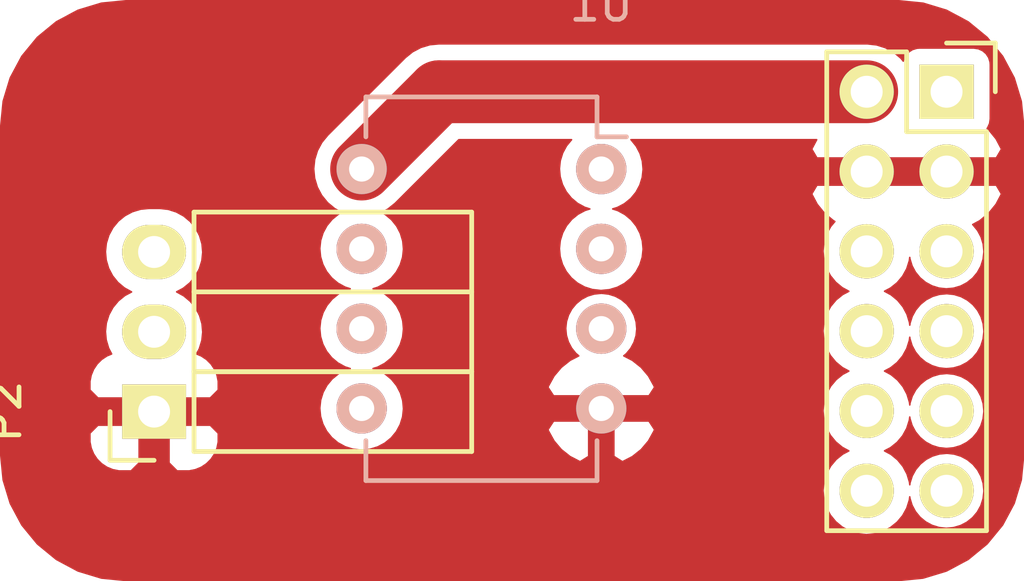
<source format=kicad_pcb>
(kicad_pcb (version 4) (host pcbnew 4.0.2+dfsg1-stable)

  (general
    (links 11)
    (no_connects 8)
    (area 0 0 0 0)
    (thickness 1.6)
    (drawings 0)
    (tracks 3)
    (zones 0)
    (modules 3)
    (nets 13)
  )

  (page A4)
  (layers
    (0 F.Cu signal)
    (31 B.Cu signal hide)
    (32 B.Adhes user hide)
    (33 F.Adhes user hide)
    (34 B.Paste user hide)
    (35 F.Paste user hide)
    (36 B.SilkS user hide)
    (37 F.SilkS user hide)
    (38 B.Mask user hide)
    (39 F.Mask user hide)
    (40 Dwgs.User user hide)
    (41 Cmts.User user hide)
    (42 Eco1.User user hide)
    (43 Eco2.User user hide)
    (44 Edge.Cuts user hide)
    (45 Margin user hide)
    (46 B.CrtYd user hide)
    (47 F.CrtYd user hide)
    (48 B.Fab user hide)
    (49 F.Fab user hide)
  )

  (setup
    (last_trace_width 0.5)
    (user_trace_width 0.5)
    (user_trace_width 1)
    (user_trace_width 2)
    (trace_clearance 0.2)
    (zone_clearance 0.3)
    (zone_45_only no)
    (trace_min 0.5)
    (segment_width 0.2)
    (edge_width 0.15)
    (via_size 0.6)
    (via_drill 0.4)
    (via_min_size 0.4)
    (via_min_drill 0.3)
    (uvia_size 0.3)
    (uvia_drill 0.1)
    (uvias_allowed no)
    (uvia_min_size 0.2)
    (uvia_min_drill 0.1)
    (pcb_text_width 0.3)
    (pcb_text_size 1.5 1.5)
    (mod_edge_width 0.15)
    (mod_text_size 1 1)
    (mod_text_width 0.15)
    (pad_size 1.524 1.524)
    (pad_drill 0.762)
    (pad_to_mask_clearance 0.2)
    (aux_axis_origin 0 0)
    (grid_origin 194.31 110.49)
    (visible_elements FFFFFF7F)
    (pcbplotparams
      (layerselection 0x00030_80000001)
      (usegerberextensions false)
      (excludeedgelayer true)
      (linewidth 0.100000)
      (plotframeref false)
      (viasonmask false)
      (mode 1)
      (useauxorigin false)
      (hpglpennumber 1)
      (hpglpenspeed 20)
      (hpglpendiameter 15)
      (hpglpenoverlay 2)
      (psnegative false)
      (psa4output false)
      (plotreference true)
      (plotvalue true)
      (plotinvisibletext false)
      (padsonsilk false)
      (subtractmaskfromsilk false)
      (outputformat 1)
      (mirror false)
      (drillshape 1)
      (scaleselection 1)
      (outputdirectory ""))
  )

  (net 0 "")
  (net 1 /3V3)
  (net 2 /GND)
  (net 3 /SCK)
  (net 4 /MISO)
  (net 5 /MOSI)
  (net 6 //CS)
  (net 7 /SENS)
  (net 8 "Net-(U1-Pad3)")
  (net 9 "Net-(P1-Pad5)")
  (net 10 "Net-(P1-Pad7)")
  (net 11 "Net-(P1-Pad9)")
  (net 12 "Net-(P1-Pad11)")

  (net_class Default "This is the default net class."
    (clearance 0.2)
    (trace_width 0.5)
    (via_dia 0.6)
    (via_drill 0.4)
    (uvia_dia 0.3)
    (uvia_drill 0.1)
    (add_net "Net-(P1-Pad11)")
    (add_net "Net-(P1-Pad5)")
    (add_net "Net-(P1-Pad7)")
    (add_net "Net-(P1-Pad9)")
    (add_net "Net-(U1-Pad3)")
  )

  (net_class Power ""
    (clearance 0.5)
    (trace_width 2)
    (via_dia 0.6)
    (via_drill 0.4)
    (uvia_dia 0.3)
    (uvia_drill 0.1)
    (add_net /3V3)
    (add_net /GND)
  )

  (net_class Signal ""
    (clearance 0.5)
    (trace_width 0.5)
    (via_dia 0.6)
    (via_drill 0.4)
    (uvia_dia 0.3)
    (uvia_drill 0.1)
    (add_net //CS)
    (add_net /MISO)
    (add_net /MOSI)
    (add_net /SCK)
    (add_net /SENS)
  )

  (module Housings_DIP:DIP-8_W7.62mm (layer B.Cu) (tedit 54130A77) (tstamp 583047E7)
    (at 162.43 95.37 180)
    (descr "8-lead dip package, row spacing 7.62 mm (300 mils)")
    (tags "dil dip 2.54 300")
    (path /582E58B9)
    (fp_text reference U1 (at 0 5.22 180) (layer B.SilkS)
      (effects (font (size 1 1) (thickness 0.15)) (justify mirror))
    )
    (fp_text value MCP3002 (at 0 3.72 180) (layer B.Fab)
      (effects (font (size 1 1) (thickness 0.15)) (justify mirror))
    )
    (fp_line (start -1.05 2.45) (end -1.05 -10.1) (layer B.CrtYd) (width 0.05))
    (fp_line (start 8.65 2.45) (end 8.65 -10.1) (layer B.CrtYd) (width 0.05))
    (fp_line (start -1.05 2.45) (end 8.65 2.45) (layer B.CrtYd) (width 0.05))
    (fp_line (start -1.05 -10.1) (end 8.65 -10.1) (layer B.CrtYd) (width 0.05))
    (fp_line (start 0.135 2.295) (end 0.135 1.025) (layer B.SilkS) (width 0.15))
    (fp_line (start 7.485 2.295) (end 7.485 1.025) (layer B.SilkS) (width 0.15))
    (fp_line (start 7.485 -9.915) (end 7.485 -8.645) (layer B.SilkS) (width 0.15))
    (fp_line (start 0.135 -9.915) (end 0.135 -8.645) (layer B.SilkS) (width 0.15))
    (fp_line (start 0.135 2.295) (end 7.485 2.295) (layer B.SilkS) (width 0.15))
    (fp_line (start 0.135 -9.915) (end 7.485 -9.915) (layer B.SilkS) (width 0.15))
    (fp_line (start 0.135 1.025) (end -0.8 1.025) (layer B.SilkS) (width 0.15))
    (pad 1 thru_hole oval (at 0 0 180) (size 1.6 1.6) (drill 0.8) (layers *.Cu *.Mask B.SilkS)
      (net 6 //CS))
    (pad 2 thru_hole oval (at 0 -2.54 180) (size 1.6 1.6) (drill 0.8) (layers *.Cu *.Mask B.SilkS)
      (net 7 /SENS))
    (pad 3 thru_hole oval (at 0 -5.08 180) (size 1.6 1.6) (drill 0.8) (layers *.Cu *.Mask B.SilkS)
      (net 8 "Net-(U1-Pad3)"))
    (pad 4 thru_hole oval (at 0 -7.62 180) (size 1.6 1.6) (drill 0.8) (layers *.Cu *.Mask B.SilkS)
      (net 2 /GND))
    (pad 5 thru_hole oval (at 7.62 -7.62 180) (size 1.6 1.6) (drill 0.8) (layers *.Cu *.Mask B.SilkS)
      (net 5 /MOSI))
    (pad 6 thru_hole oval (at 7.62 -5.08 180) (size 1.6 1.6) (drill 0.8) (layers *.Cu *.Mask B.SilkS)
      (net 4 /MISO))
    (pad 7 thru_hole oval (at 7.62 -2.54 180) (size 1.6 1.6) (drill 0.8) (layers *.Cu *.Mask B.SilkS)
      (net 3 /SCK))
    (pad 8 thru_hole oval (at 7.62 0 180) (size 1.6 1.6) (drill 0.8) (layers *.Cu *.Mask B.SilkS)
      (net 1 /3V3))
    (model Housings_DIP.3dshapes/DIP-8_W7.62mm.wrl
      (at (xyz 0 0 0))
      (scale (xyz 1 1 1))
      (rotate (xyz 0 0 0))
    )
  )

  (module Socket_Strips:Socket_Strip_Angled_1x03 (layer F.Cu) (tedit 0) (tstamp 583047D0)
    (at 148.21 103.09 90)
    (descr "Through hole socket strip")
    (tags "socket strip")
    (path /582E5A87)
    (fp_text reference P2 (at 0 -4.75 90) (layer F.SilkS)
      (effects (font (size 1 1) (thickness 0.15)))
    )
    (fp_text value CONN_01X03 (at 0 -2.75 90) (layer F.Fab)
      (effects (font (size 1 1) (thickness 0.15)))
    )
    (fp_line (start -1.75 -1.5) (end -1.75 10.6) (layer F.CrtYd) (width 0.05))
    (fp_line (start 6.85 -1.5) (end 6.85 10.6) (layer F.CrtYd) (width 0.05))
    (fp_line (start -1.75 -1.5) (end 6.85 -1.5) (layer F.CrtYd) (width 0.05))
    (fp_line (start -1.75 10.6) (end 6.85 10.6) (layer F.CrtYd) (width 0.05))
    (fp_line (start 3.81 1.27) (end 6.35 1.27) (layer F.SilkS) (width 0.15))
    (fp_line (start 3.81 10.1) (end 6.35 10.1) (layer F.SilkS) (width 0.15))
    (fp_line (start 6.35 10.1) (end 6.35 1.27) (layer F.SilkS) (width 0.15))
    (fp_line (start 3.81 10.1) (end 3.81 1.27) (layer F.SilkS) (width 0.15))
    (fp_line (start 1.27 10.1) (end 3.81 10.1) (layer F.SilkS) (width 0.15))
    (fp_line (start 1.27 1.27) (end 1.27 10.1) (layer F.SilkS) (width 0.15))
    (fp_line (start 1.27 1.27) (end 3.81 1.27) (layer F.SilkS) (width 0.15))
    (fp_line (start -1.27 1.27) (end 1.27 1.27) (layer F.SilkS) (width 0.15))
    (fp_line (start 0 -1.4) (end -1.55 -1.4) (layer F.SilkS) (width 0.15))
    (fp_line (start -1.55 -1.4) (end -1.55 0) (layer F.SilkS) (width 0.15))
    (fp_line (start -1.27 1.27) (end -1.27 10.1) (layer F.SilkS) (width 0.15))
    (fp_line (start -1.27 10.1) (end 1.27 10.1) (layer F.SilkS) (width 0.15))
    (fp_line (start 1.27 10.1) (end 1.27 1.27) (layer F.SilkS) (width 0.15))
    (pad 1 thru_hole rect (at 0 0 90) (size 1.7272 2.032) (drill 1.016) (layers *.Cu *.Mask F.SilkS)
      (net 2 /GND))
    (pad 2 thru_hole oval (at 2.54 0 90) (size 1.7272 2.032) (drill 1.016) (layers *.Cu *.Mask F.SilkS)
      (net 1 /3V3))
    (pad 3 thru_hole oval (at 5.08 0 90) (size 1.7272 2.032) (drill 1.016) (layers *.Cu *.Mask F.SilkS)
      (net 7 /SENS))
    (model Socket_Strips.3dshapes/Socket_Strip_Angled_1x03.wrl
      (at (xyz 0.1 0 0))
      (scale (xyz 1 1 1))
      (rotate (xyz 0 0 180))
    )
  )

  (module Socket_Strips:Socket_Strip_Straight_2x06 (layer F.Cu) (tedit 0) (tstamp 583047B8)
    (at 173.41 92.91 270)
    (descr "Through hole socket strip")
    (tags "socket strip")
    (path /582E5962)
    (fp_text reference P1 (at 0 -5.1 270) (layer F.SilkS)
      (effects (font (size 1 1) (thickness 0.15)))
    )
    (fp_text value CONN_02X06 (at 0 -3.1 270) (layer F.Fab)
      (effects (font (size 1 1) (thickness 0.15)))
    )
    (fp_line (start -1.75 -1.75) (end -1.75 4.3) (layer F.CrtYd) (width 0.05))
    (fp_line (start 14.45 -1.75) (end 14.45 4.3) (layer F.CrtYd) (width 0.05))
    (fp_line (start -1.75 -1.75) (end 14.45 -1.75) (layer F.CrtYd) (width 0.05))
    (fp_line (start -1.75 4.3) (end 14.45 4.3) (layer F.CrtYd) (width 0.05))
    (fp_line (start 13.97 3.81) (end -1.27 3.81) (layer F.SilkS) (width 0.15))
    (fp_line (start 1.27 -1.27) (end 13.97 -1.27) (layer F.SilkS) (width 0.15))
    (fp_line (start 13.97 3.81) (end 13.97 -1.27) (layer F.SilkS) (width 0.15))
    (fp_line (start -1.27 3.81) (end -1.27 1.27) (layer F.SilkS) (width 0.15))
    (fp_line (start 0 -1.55) (end -1.55 -1.55) (layer F.SilkS) (width 0.15))
    (fp_line (start -1.27 1.27) (end 1.27 1.27) (layer F.SilkS) (width 0.15))
    (fp_line (start 1.27 1.27) (end 1.27 -1.27) (layer F.SilkS) (width 0.15))
    (fp_line (start -1.55 -1.55) (end -1.55 0) (layer F.SilkS) (width 0.15))
    (pad 1 thru_hole rect (at 0 0 270) (size 1.7272 1.7272) (drill 1.016) (layers *.Cu *.Mask F.SilkS)
      (net 1 /3V3))
    (pad 2 thru_hole oval (at 0 2.54 270) (size 1.7272 1.7272) (drill 1.016) (layers *.Cu *.Mask F.SilkS)
      (net 1 /3V3))
    (pad 3 thru_hole oval (at 2.54 0 270) (size 1.7272 1.7272) (drill 1.016) (layers *.Cu *.Mask F.SilkS)
      (net 2 /GND))
    (pad 4 thru_hole oval (at 2.54 2.54 270) (size 1.7272 1.7272) (drill 1.016) (layers *.Cu *.Mask F.SilkS)
      (net 2 /GND))
    (pad 5 thru_hole oval (at 5.08 0 270) (size 1.7272 1.7272) (drill 1.016) (layers *.Cu *.Mask F.SilkS)
      (net 9 "Net-(P1-Pad5)"))
    (pad 6 thru_hole oval (at 5.08 2.54 270) (size 1.7272 1.7272) (drill 1.016) (layers *.Cu *.Mask F.SilkS)
      (net 6 //CS))
    (pad 7 thru_hole oval (at 7.62 0 270) (size 1.7272 1.7272) (drill 1.016) (layers *.Cu *.Mask F.SilkS)
      (net 10 "Net-(P1-Pad7)"))
    (pad 8 thru_hole oval (at 7.62 2.54 270) (size 1.7272 1.7272) (drill 1.016) (layers *.Cu *.Mask F.SilkS)
      (net 3 /SCK))
    (pad 9 thru_hole oval (at 10.16 0 270) (size 1.7272 1.7272) (drill 1.016) (layers *.Cu *.Mask F.SilkS)
      (net 11 "Net-(P1-Pad9)"))
    (pad 10 thru_hole oval (at 10.16 2.54 270) (size 1.7272 1.7272) (drill 1.016) (layers *.Cu *.Mask F.SilkS)
      (net 4 /MISO))
    (pad 11 thru_hole oval (at 12.7 0 270) (size 1.7272 1.7272) (drill 1.016) (layers *.Cu *.Mask F.SilkS)
      (net 12 "Net-(P1-Pad11)"))
    (pad 12 thru_hole oval (at 12.7 2.54 270) (size 1.7272 1.7272) (drill 1.016) (layers *.Cu *.Mask F.SilkS)
      (net 5 /MOSI))
    (model Socket_Strips.3dshapes/Socket_Strip_Straight_2x06.wrl
      (at (xyz 0.25 -0.05 0))
      (scale (xyz 1 1 1))
      (rotate (xyz 0 0 180))
    )
  )

  (segment (start 170.87 92.91) (end 157.27 92.91) (width 2) (layer F.Cu) (net 1))
  (segment (start 157.27 92.91) (end 154.81 95.37) (width 2) (layer F.Cu) (net 1))
  (segment (start 154.29 98.01) (end 154.31 97.99) (width 0.5) (layer F.Cu) (net 3))

  (zone (net 2) (net_name /GND) (layer F.Cu) (tstamp 0) (hatch none 0.508)
    (connect_pads (clearance 0.3))
    (min_thickness 0.05)
    (fill yes (arc_segments 32) (thermal_gap 1) (thermal_bridge_width 1) (smoothing fillet) (radius 4))
    (polygon
      (pts
        (xy 175.887175 89.99) (xy 175.887175 108.49) (xy 143.31 108.49) (xy 143.31 89.99)
      )
    )
    (filled_polygon
      (pts
        (xy 172.662635 90.091498) (xy 173.408298 90.317692) (xy 174.0955 90.68501) (xy 174.697839 91.179336) (xy 175.192165 91.781675)
        (xy 175.559483 92.468877) (xy 175.785677 93.21454) (xy 175.862175 93.991232) (xy 175.862175 104.488768) (xy 175.785677 105.26546)
        (xy 175.559483 106.011123) (xy 175.192165 106.698325) (xy 174.697839 107.300664) (xy 174.0955 107.79499) (xy 173.408298 108.162308)
        (xy 172.662635 108.388502) (xy 171.885943 108.465) (xy 147.311232 108.465) (xy 146.53454 108.388502) (xy 145.788877 108.162308)
        (xy 145.101675 107.79499) (xy 144.499336 107.300664) (xy 144.00501 106.698325) (xy 143.637692 106.011123) (xy 143.411498 105.26546)
        (xy 143.335 104.488768) (xy 143.335 103.77805) (xy 146.169 103.77805) (xy 146.169 104.054554) (xy 146.20839 104.252582)
        (xy 146.285657 104.43912) (xy 146.397831 104.607) (xy 146.540601 104.74977) (xy 146.708481 104.861943) (xy 146.895019 104.93921)
        (xy 147.093047 104.9786) (xy 147.47875 104.9786) (xy 147.735 104.72235) (xy 147.735 103.5218) (xy 148.685 103.5218)
        (xy 148.685 104.72235) (xy 148.94125 104.9786) (xy 149.326953 104.9786) (xy 149.524981 104.93921) (xy 149.711519 104.861943)
        (xy 149.879399 104.74977) (xy 150.022169 104.607) (xy 150.134343 104.43912) (xy 150.21161 104.252582) (xy 150.251 104.054554)
        (xy 150.251 103.77805) (xy 149.99475 103.5218) (xy 148.685 103.5218) (xy 147.735 103.5218) (xy 146.42525 103.5218)
        (xy 146.169 103.77805) (xy 143.335 103.77805) (xy 143.335 102.125446) (xy 146.169 102.125446) (xy 146.169 102.40195)
        (xy 146.42525 102.6582) (xy 147.735 102.6582) (xy 147.735 102.595) (xy 148.685 102.595) (xy 148.685 102.6582)
        (xy 149.99475 102.6582) (xy 150.251 102.40195) (xy 150.251 102.125446) (xy 150.21161 101.927418) (xy 150.134343 101.74088)
        (xy 150.022169 101.573) (xy 149.879399 101.43023) (xy 149.711519 101.318057) (xy 149.559637 101.255145) (xy 149.649955 101.088104)
        (xy 149.730094 100.829217) (xy 149.758422 100.559694) (xy 149.73386 100.289802) (xy 149.657344 100.029821) (xy 149.531787 99.789654)
        (xy 149.361973 99.578447) (xy 149.154369 99.404247) (xy 148.926715 99.279094) (xy 149.138296 99.166594) (xy 149.348311 98.99531)
        (xy 149.521058 98.786495) (xy 149.649955 98.548104) (xy 149.730094 98.289217) (xy 149.758422 98.019694) (xy 149.73386 97.749802)
        (xy 149.657344 97.489821) (xy 149.531787 97.249654) (xy 149.361973 97.038447) (xy 149.154369 96.864247) (xy 148.916884 96.733689)
        (xy 148.658562 96.651744) (xy 148.389244 96.621535) (xy 148.369856 96.6214) (xy 148.050144 96.6214) (xy 147.78043 96.647846)
        (xy 147.52099 96.726175) (xy 147.281704 96.853406) (xy 147.071689 97.02469) (xy 146.898942 97.233505) (xy 146.770045 97.471896)
        (xy 146.689906 97.730783) (xy 146.661578 98.000306) (xy 146.68614 98.270198) (xy 146.762656 98.530179) (xy 146.888213 98.770346)
        (xy 147.058027 98.981553) (xy 147.265631 99.155753) (xy 147.493285 99.280906) (xy 147.281704 99.393406) (xy 147.071689 99.56469)
        (xy 146.898942 99.773505) (xy 146.770045 100.011896) (xy 146.689906 100.270783) (xy 146.661578 100.540306) (xy 146.68614 100.810198)
        (xy 146.762656 101.070179) (xy 146.859534 101.255488) (xy 146.708481 101.318057) (xy 146.540601 101.43023) (xy 146.397831 101.573)
        (xy 146.285657 101.74088) (xy 146.20839 101.927418) (xy 146.169 102.125446) (xy 143.335 102.125446) (xy 143.335 95.364677)
        (xy 153.28501 95.364677) (xy 153.313019 95.660984) (xy 153.398048 95.946207) (xy 153.536857 96.209483) (xy 153.72416 96.440784)
        (xy 153.952823 96.631298) (xy 154.173422 96.751573) (xy 154.070345 96.806379) (xy 153.869949 96.969819) (xy 153.705114 97.169069)
        (xy 153.58212 97.396542) (xy 153.505652 97.643572) (xy 153.478621 97.90075) (xy 153.502058 98.15828) (xy 153.57507 98.406354)
        (xy 153.694876 98.635521) (xy 153.856913 98.837054) (xy 154.055008 99.003275) (xy 154.281616 99.127854) (xy 154.446799 99.180254)
        (xy 154.298671 99.224977) (xy 154.070345 99.346379) (xy 153.869949 99.509819) (xy 153.705114 99.709069) (xy 153.58212 99.936542)
        (xy 153.505652 100.183572) (xy 153.478621 100.44075) (xy 153.502058 100.69828) (xy 153.57507 100.946354) (xy 153.694876 101.175521)
        (xy 153.856913 101.377054) (xy 154.055008 101.543275) (xy 154.281616 101.667854) (xy 154.446799 101.720254) (xy 154.298671 101.764977)
        (xy 154.070345 101.886379) (xy 153.869949 102.049819) (xy 153.705114 102.249069) (xy 153.58212 102.476542) (xy 153.505652 102.723572)
        (xy 153.478621 102.98075) (xy 153.502058 103.23828) (xy 153.57507 103.486354) (xy 153.694876 103.715521) (xy 153.856913 103.917054)
        (xy 154.055008 104.083275) (xy 154.281616 104.207854) (xy 154.528106 104.286046) (xy 154.785089 104.314871) (xy 154.803589 104.315)
        (xy 154.816411 104.315) (xy 155.073772 104.289766) (xy 155.321329 104.215023) (xy 155.549655 104.093621) (xy 155.750051 103.930181)
        (xy 155.914886 103.730931) (xy 155.951277 103.663626) (xy 160.733871 103.663626) (xy 160.75432 103.713027) (xy 160.927573 104.026043)
        (xy 161.158564 104.299245) (xy 161.438415 104.522133) (xy 161.756372 104.686142) (xy 162.03 104.514388) (xy 162.03 103.39)
        (xy 162.83 103.39) (xy 162.83 104.514388) (xy 163.103628 104.686142) (xy 163.421585 104.522133) (xy 163.701436 104.299245)
        (xy 163.932427 104.026043) (xy 164.10568 103.713027) (xy 164.126129 103.663626) (xy 163.946897 103.39) (xy 162.83 103.39)
        (xy 162.03 103.39) (xy 160.913103 103.39) (xy 160.733871 103.663626) (xy 155.951277 103.663626) (xy 156.03788 103.503458)
        (xy 156.114348 103.256428) (xy 156.141379 102.99925) (xy 156.117942 102.74172) (xy 156.04493 102.493646) (xy 155.952255 102.316374)
        (xy 160.733871 102.316374) (xy 160.913103 102.59) (xy 162.03 102.59) (xy 162.03 102.495) (xy 162.83 102.495)
        (xy 162.83 102.59) (xy 163.946897 102.59) (xy 164.126129 102.316374) (xy 164.10568 102.266973) (xy 163.932427 101.953957)
        (xy 163.701436 101.680755) (xy 163.421585 101.457867) (xy 163.145667 101.315543) (xy 163.228156 101.248267) (xy 163.36811 101.079092)
        (xy 163.472539 100.885955) (xy 163.537465 100.676213) (xy 163.560416 100.457854) (xy 163.540516 100.239196) (xy 163.478525 100.028568)
        (xy 163.376803 99.833991) (xy 163.239225 99.662879) (xy 163.071031 99.521747) (xy 162.878628 99.415973) (xy 162.669344 99.349584)
        (xy 162.45115 99.32511) (xy 162.435443 99.325) (xy 162.424557 99.325) (xy 162.206043 99.346425) (xy 161.995853 99.409886)
        (xy 161.801992 99.512964) (xy 161.631844 99.651733) (xy 161.49189 99.820908) (xy 161.387461 100.014045) (xy 161.322535 100.223787)
        (xy 161.299584 100.442146) (xy 161.319484 100.660804) (xy 161.381475 100.871432) (xy 161.483197 101.066009) (xy 161.620775 101.237121)
        (xy 161.714272 101.315574) (xy 161.438415 101.457867) (xy 161.158564 101.680755) (xy 160.927573 101.953957) (xy 160.75432 102.266973)
        (xy 160.733871 102.316374) (xy 155.952255 102.316374) (xy 155.925124 102.264479) (xy 155.763087 102.062946) (xy 155.564992 101.896725)
        (xy 155.338384 101.772146) (xy 155.173201 101.719746) (xy 155.321329 101.675023) (xy 155.549655 101.553621) (xy 155.750051 101.390181)
        (xy 155.914886 101.190931) (xy 156.03788 100.963458) (xy 156.114348 100.716428) (xy 156.141379 100.45925) (xy 156.117942 100.20172)
        (xy 156.04493 99.953646) (xy 155.925124 99.724479) (xy 155.763087 99.522946) (xy 155.564992 99.356725) (xy 155.338384 99.232146)
        (xy 155.173201 99.179746) (xy 155.321329 99.135023) (xy 155.549655 99.013621) (xy 155.750051 98.850181) (xy 155.914886 98.650931)
        (xy 156.03788 98.423458) (xy 156.114348 98.176428) (xy 156.141379 97.91925) (xy 156.117942 97.66172) (xy 156.04493 97.413646)
        (xy 155.925124 97.184479) (xy 155.763087 96.982946) (xy 155.564992 96.816725) (xy 155.444616 96.750547) (xy 155.640575 96.648972)
        (xy 155.873177 96.463288) (xy 155.888338 96.448338) (xy 157.901676 94.435) (xy 161.485663 94.435) (xy 161.325114 94.629069)
        (xy 161.20212 94.856542) (xy 161.125652 95.103572) (xy 161.098621 95.36075) (xy 161.122058 95.61828) (xy 161.19507 95.866354)
        (xy 161.314876 96.095521) (xy 161.476913 96.297054) (xy 161.675008 96.463275) (xy 161.901616 96.587854) (xy 162.066799 96.640254)
        (xy 161.918671 96.684977) (xy 161.690345 96.806379) (xy 161.489949 96.969819) (xy 161.325114 97.169069) (xy 161.20212 97.396542)
        (xy 161.125652 97.643572) (xy 161.098621 97.90075) (xy 161.122058 98.15828) (xy 161.19507 98.406354) (xy 161.314876 98.635521)
        (xy 161.476913 98.837054) (xy 161.675008 99.003275) (xy 161.901616 99.127854) (xy 162.148106 99.206046) (xy 162.405089 99.234871)
        (xy 162.423589 99.235) (xy 162.436411 99.235) (xy 162.693772 99.209766) (xy 162.941329 99.135023) (xy 163.169655 99.013621)
        (xy 163.370051 98.850181) (xy 163.534886 98.650931) (xy 163.65788 98.423458) (xy 163.734348 98.176428) (xy 163.761379 97.91925)
        (xy 163.737942 97.66172) (xy 163.66493 97.413646) (xy 163.545124 97.184479) (xy 163.383087 96.982946) (xy 163.184992 96.816725)
        (xy 162.958384 96.692146) (xy 162.793201 96.639746) (xy 162.941329 96.595023) (xy 163.169655 96.473621) (xy 163.370051 96.310181)
        (xy 163.490898 96.164102) (xy 169.121596 96.164102) (xy 169.294505 96.491477) (xy 169.52796 96.778829) (xy 169.812989 97.015115)
        (xy 169.857946 97.039432) (xy 169.724247 97.198768) (xy 169.593689 97.436253) (xy 169.511744 97.694575) (xy 169.481535 97.963893)
        (xy 169.4814 97.983281) (xy 169.4814 97.996719) (xy 169.507846 98.266433) (xy 169.586175 98.525873) (xy 169.713406 98.765159)
        (xy 169.88469 98.975174) (xy 170.093505 99.147921) (xy 170.302132 99.260725) (xy 170.109654 99.36135) (xy 169.898447 99.531164)
        (xy 169.724247 99.738768) (xy 169.593689 99.976253) (xy 169.511744 100.234575) (xy 169.481535 100.503893) (xy 169.4814 100.523281)
        (xy 169.4814 100.536719) (xy 169.507846 100.806433) (xy 169.586175 101.065873) (xy 169.713406 101.305159) (xy 169.88469 101.515174)
        (xy 170.093505 101.687921) (xy 170.302132 101.800725) (xy 170.109654 101.90135) (xy 169.898447 102.071164) (xy 169.724247 102.278768)
        (xy 169.593689 102.516253) (xy 169.511744 102.774575) (xy 169.481535 103.043893) (xy 169.4814 103.063281) (xy 169.4814 103.076719)
        (xy 169.507846 103.346433) (xy 169.586175 103.605873) (xy 169.713406 103.845159) (xy 169.88469 104.055174) (xy 170.093505 104.227921)
        (xy 170.302132 104.340725) (xy 170.109654 104.44135) (xy 169.898447 104.611164) (xy 169.724247 104.818768) (xy 169.593689 105.056253)
        (xy 169.511744 105.314575) (xy 169.481535 105.583893) (xy 169.4814 105.603281) (xy 169.4814 105.616719) (xy 169.507846 105.886433)
        (xy 169.586175 106.145873) (xy 169.713406 106.385159) (xy 169.88469 106.595174) (xy 170.093505 106.767921) (xy 170.331896 106.896818)
        (xy 170.590783 106.976957) (xy 170.860306 107.005285) (xy 171.130198 106.980723) (xy 171.390179 106.904207) (xy 171.630346 106.77865)
        (xy 171.841553 106.608836) (xy 172.015753 106.401232) (xy 172.146311 106.163747) (xy 172.228256 105.905425) (xy 172.239753 105.802927)
        (xy 172.244037 105.846618) (xy 172.311085 106.068691) (xy 172.41999 106.273512) (xy 172.566604 106.453279) (xy 172.745343 106.601145)
        (xy 172.949399 106.711478) (xy 173.170999 106.780074) (xy 173.401702 106.804322) (xy 173.632721 106.783298) (xy 173.855257 106.717802)
        (xy 174.060834 106.610329) (xy 174.24162 106.464973) (xy 174.39073 106.287271) (xy 174.502484 106.08399) (xy 174.572626 105.862875)
        (xy 174.598484 105.632346) (xy 174.5986 105.615751) (xy 174.5986 105.604249) (xy 174.575963 105.373382) (xy 174.508915 105.151309)
        (xy 174.40001 104.946488) (xy 174.253396 104.766721) (xy 174.074657 104.618855) (xy 173.870601 104.508522) (xy 173.649001 104.439926)
        (xy 173.418298 104.415678) (xy 173.187279 104.436702) (xy 172.964743 104.502198) (xy 172.759166 104.609671) (xy 172.57838 104.755027)
        (xy 172.42927 104.932729) (xy 172.317516 105.13601) (xy 172.247374 105.357125) (xy 172.240486 105.418537) (xy 172.232154 105.333567)
        (xy 172.153825 105.074127) (xy 172.026594 104.834841) (xy 171.85531 104.624826) (xy 171.646495 104.452079) (xy 171.437868 104.339275)
        (xy 171.630346 104.23865) (xy 171.841553 104.068836) (xy 172.015753 103.861232) (xy 172.146311 103.623747) (xy 172.228256 103.365425)
        (xy 172.239753 103.262927) (xy 172.244037 103.306618) (xy 172.311085 103.528691) (xy 172.41999 103.733512) (xy 172.566604 103.913279)
        (xy 172.745343 104.061145) (xy 172.949399 104.171478) (xy 173.170999 104.240074) (xy 173.401702 104.264322) (xy 173.632721 104.243298)
        (xy 173.855257 104.177802) (xy 174.060834 104.070329) (xy 174.24162 103.924973) (xy 174.39073 103.747271) (xy 174.502484 103.54399)
        (xy 174.572626 103.322875) (xy 174.598484 103.092346) (xy 174.5986 103.075751) (xy 174.5986 103.064249) (xy 174.575963 102.833382)
        (xy 174.508915 102.611309) (xy 174.40001 102.406488) (xy 174.253396 102.226721) (xy 174.074657 102.078855) (xy 173.870601 101.968522)
        (xy 173.649001 101.899926) (xy 173.418298 101.875678) (xy 173.187279 101.896702) (xy 172.964743 101.962198) (xy 172.759166 102.069671)
        (xy 172.57838 102.215027) (xy 172.42927 102.392729) (xy 172.317516 102.59601) (xy 172.247374 102.817125) (xy 172.240486 102.878537)
        (xy 172.232154 102.793567) (xy 172.153825 102.534127) (xy 172.026594 102.294841) (xy 171.85531 102.084826) (xy 171.646495 101.912079)
        (xy 171.437868 101.799275) (xy 171.630346 101.69865) (xy 171.841553 101.528836) (xy 172.015753 101.321232) (xy 172.146311 101.083747)
        (xy 172.228256 100.825425) (xy 172.239753 100.722927) (xy 172.244037 100.766618) (xy 172.311085 100.988691) (xy 172.41999 101.193512)
        (xy 172.566604 101.373279) (xy 172.745343 101.521145) (xy 172.949399 101.631478) (xy 173.170999 101.700074) (xy 173.401702 101.724322)
        (xy 173.632721 101.703298) (xy 173.855257 101.637802) (xy 174.060834 101.530329) (xy 174.24162 101.384973) (xy 174.39073 101.207271)
        (xy 174.502484 101.00399) (xy 174.572626 100.782875) (xy 174.598484 100.552346) (xy 174.5986 100.535751) (xy 174.5986 100.524249)
        (xy 174.575963 100.293382) (xy 174.508915 100.071309) (xy 174.40001 99.866488) (xy 174.253396 99.686721) (xy 174.074657 99.538855)
        (xy 173.870601 99.428522) (xy 173.649001 99.359926) (xy 173.418298 99.335678) (xy 173.187279 99.356702) (xy 172.964743 99.422198)
        (xy 172.759166 99.529671) (xy 172.57838 99.675027) (xy 172.42927 99.852729) (xy 172.317516 100.05601) (xy 172.247374 100.277125)
        (xy 172.240486 100.338537) (xy 172.232154 100.253567) (xy 172.153825 99.994127) (xy 172.026594 99.754841) (xy 171.85531 99.544826)
        (xy 171.646495 99.372079) (xy 171.437868 99.259275) (xy 171.630346 99.15865) (xy 171.841553 98.988836) (xy 172.015753 98.781232)
        (xy 172.146311 98.543747) (xy 172.228256 98.285425) (xy 172.239753 98.182927) (xy 172.244037 98.226618) (xy 172.311085 98.448691)
        (xy 172.41999 98.653512) (xy 172.566604 98.833279) (xy 172.745343 98.981145) (xy 172.949399 99.091478) (xy 173.170999 99.160074)
        (xy 173.401702 99.184322) (xy 173.632721 99.163298) (xy 173.855257 99.097802) (xy 174.060834 98.990329) (xy 174.24162 98.844973)
        (xy 174.39073 98.667271) (xy 174.502484 98.46399) (xy 174.572626 98.242875) (xy 174.598484 98.012346) (xy 174.5986 97.995751)
        (xy 174.5986 97.984249) (xy 174.575963 97.753382) (xy 174.508915 97.531309) (xy 174.40001 97.326488) (xy 174.253396 97.146721)
        (xy 174.241654 97.137007) (xy 174.467011 97.015115) (xy 174.75204 96.778829) (xy 174.985495 96.491477) (xy 175.158404 96.164102)
        (xy 174.992338 95.8818) (xy 173.8418 95.8818) (xy 173.8418 95.945) (xy 172.9782 95.945) (xy 172.9782 95.8818)
        (xy 171.3018 95.8818) (xy 171.3018 95.945) (xy 170.4382 95.945) (xy 170.4382 95.8818) (xy 169.287662 95.8818)
        (xy 169.121596 96.164102) (xy 163.490898 96.164102) (xy 163.534886 96.110931) (xy 163.65788 95.883458) (xy 163.734348 95.636428)
        (xy 163.761379 95.37925) (xy 163.737942 95.12172) (xy 163.66493 94.873646) (xy 163.545124 94.644479) (xy 163.383087 94.442946)
        (xy 163.373617 94.435) (xy 169.280521 94.435) (xy 169.121596 94.735898) (xy 169.287662 95.0182) (xy 170.4382 95.0182)
        (xy 170.4382 94.955) (xy 171.3018 94.955) (xy 171.3018 95.0182) (xy 172.9782 95.0182) (xy 172.9782 94.955)
        (xy 173.8418 94.955) (xy 173.8418 95.0182) (xy 174.992338 95.0182) (xy 175.158404 94.735898) (xy 174.985495 94.408523)
        (xy 174.75204 94.121171) (xy 174.700229 94.07822) (xy 174.719251 94.055901) (xy 174.780254 93.920569) (xy 174.80114 93.7736)
        (xy 174.80114 92.0464) (xy 174.794473 91.962796) (xy 174.75056 91.820994) (xy 174.66888 91.69704) (xy 174.555901 91.600749)
        (xy 174.420569 91.539746) (xy 174.2736 91.51886) (xy 172.5464 91.51886) (xy 172.462796 91.525527) (xy 172.320994 91.56944)
        (xy 172.19704 91.65112) (xy 172.100749 91.764099) (xy 172.039746 91.899431) (xy 172.034517 91.936227) (xy 171.959571 91.843013)
        (xy 171.731575 91.651702) (xy 171.470761 91.508319) (xy 171.187065 91.418325) (xy 170.891292 91.385149) (xy 170.87 91.385)
        (xy 157.27 91.385) (xy 157.1298 91.398747) (xy 156.989474 91.411024) (xy 156.981777 91.41326) (xy 156.973793 91.414043)
        (xy 156.838862 91.454781) (xy 156.703664 91.49406) (xy 156.696549 91.497748) (xy 156.688868 91.500067) (xy 156.564438 91.566228)
        (xy 156.439425 91.631028) (xy 156.433159 91.63603) (xy 156.426078 91.639795) (xy 156.316905 91.728834) (xy 156.206823 91.816712)
        (xy 156.195659 91.827721) (xy 156.195433 91.827905) (xy 156.19526 91.828114) (xy 156.191662 91.831662) (xy 153.731662 94.291662)
        (xy 153.542749 94.521649) (xy 153.402104 94.783949) (xy 153.315086 95.068572) (xy 153.28501 95.364677) (xy 143.335 95.364677)
        (xy 143.335 93.991232) (xy 143.411498 93.21454) (xy 143.637692 92.468877) (xy 144.00501 91.781675) (xy 144.499336 91.179336)
        (xy 145.101675 90.68501) (xy 145.788877 90.317692) (xy 146.53454 90.091498) (xy 147.311232 90.015) (xy 171.885943 90.015)
      )
    )
  )
)

</source>
